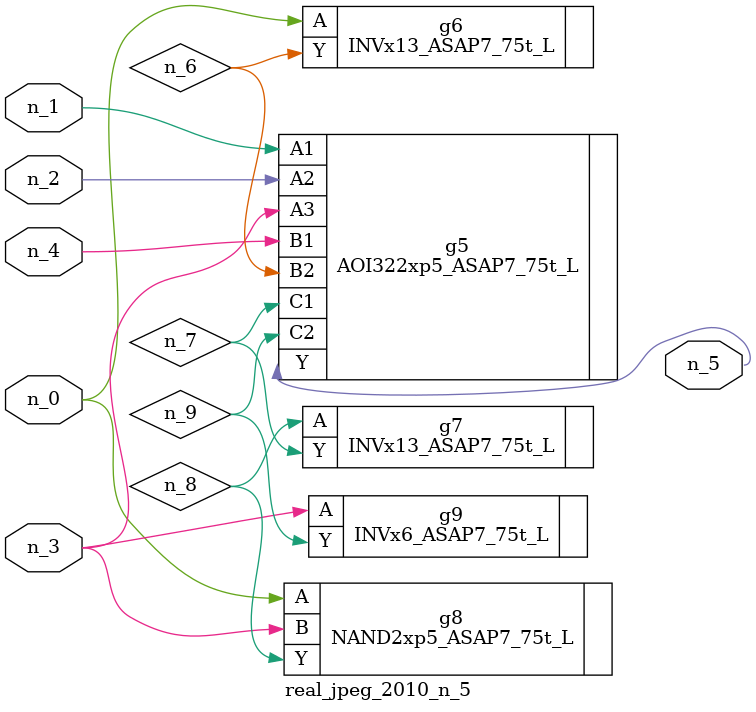
<source format=v>
module real_jpeg_2010_n_5 (n_4, n_0, n_1, n_2, n_3, n_5);

input n_4;
input n_0;
input n_1;
input n_2;
input n_3;

output n_5;

wire n_8;
wire n_6;
wire n_7;
wire n_9;

INVx13_ASAP7_75t_L g6 ( 
.A(n_0),
.Y(n_6)
);

NAND2xp5_ASAP7_75t_L g8 ( 
.A(n_0),
.B(n_3),
.Y(n_8)
);

AOI322xp5_ASAP7_75t_L g5 ( 
.A1(n_1),
.A2(n_2),
.A3(n_3),
.B1(n_4),
.B2(n_6),
.C1(n_7),
.C2(n_9),
.Y(n_5)
);

INVx6_ASAP7_75t_L g9 ( 
.A(n_3),
.Y(n_9)
);

INVx13_ASAP7_75t_L g7 ( 
.A(n_8),
.Y(n_7)
);


endmodule
</source>
